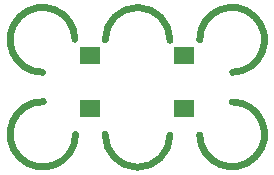
<source format=gts>
%TF.GenerationSoftware,KiCad,Pcbnew,4.0.5-e0-6337~49~ubuntu16.04.1*%
%TF.CreationDate,2017-05-27T06:59:20-07:00*%
%TF.ProjectId,2x3-6mm-Square-SMT-Pushbutton,3278332D366D6D2D5371756172652D53,v1.1*%
%TF.FileFunction,Soldermask,Top*%
%FSLAX46Y46*%
G04 Gerber Fmt 4.6, Leading zero omitted, Abs format (unit mm)*
G04 Created by KiCad (PCBNEW 4.0.5-e0-6337~49~ubuntu16.04.1) date Sat May 27 06:59:20 2017*
%MOMM*%
%LPD*%
G01*
G04 APERTURE LIST*
%ADD10C,0.350000*%
%ADD11C,0.600000*%
G04 APERTURE END LIST*
D10*
D11*
X23315326Y-53899081D02*
G75*
G03X26037000Y-56692800I-46926J-2768319D01*
G01*
X25990034Y-48614792D02*
G75*
G03X23247312Y-51409206I-2742722J-51214D01*
G01*
X34037606Y-48712494D02*
G75*
G03X28551600Y-48666006I-2742806J46488D01*
G01*
X39340028Y-51408849D02*
G75*
G03X36552600Y-48666006I-44228J2742843D01*
G01*
X36553078Y-56718614D02*
G75*
G03X39295800Y-53924200I2742722J51214D01*
G01*
X28551600Y-56667400D02*
G75*
G03X34037606Y-56713888I2742806J-46488D01*
G01*
D10*
G36*
X36095000Y-55193600D02*
X34392600Y-55193600D01*
X34392600Y-53741200D01*
X36095000Y-53741200D01*
X36095000Y-55193600D01*
X36095000Y-55193600D01*
G37*
G36*
X28145000Y-55193600D02*
X26442600Y-55193600D01*
X26442600Y-53741200D01*
X28145000Y-53741200D01*
X28145000Y-55193600D01*
X28145000Y-55193600D01*
G37*
G36*
X36095000Y-50693600D02*
X34392600Y-50693600D01*
X34392600Y-49241200D01*
X36095000Y-49241200D01*
X36095000Y-50693600D01*
X36095000Y-50693600D01*
G37*
G36*
X28145000Y-50693600D02*
X26442600Y-50693600D01*
X26442600Y-49241200D01*
X28145000Y-49241200D01*
X28145000Y-50693600D01*
X28145000Y-50693600D01*
G37*
M02*

</source>
